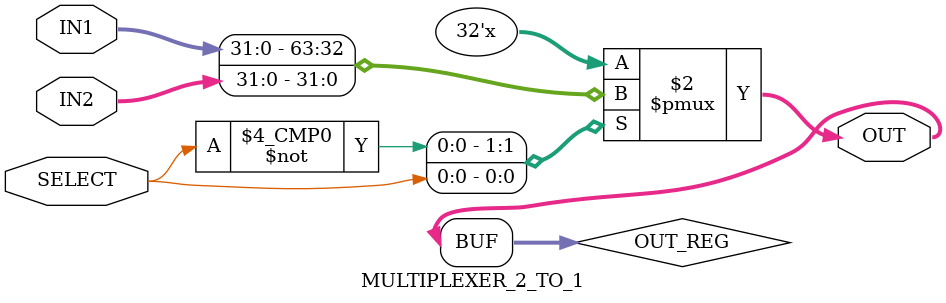
<source format=v>
`timescale 1ns / 1ps


module MULTIPLEXER_2_TO_1#(
        parameter BUS_WIDTH     = 32       
    ) (
        input   [BUS_WIDTH - 1 : 0] IN1     ,
        input   [BUS_WIDTH - 1 : 0] IN2     ,
        input                       SELECT  ,
        output  [BUS_WIDTH - 1 : 0] OUT     
    );
    
    reg [BUS_WIDTH - 1 : 0] OUT_REG;
        
    always@(*)
    begin
        case(SELECT)
            1'b0:
            begin
                OUT_REG = IN1;
            end
            1'b1:
            begin
                OUT_REG = IN2;
            end
        endcase
    end 
    
    assign OUT = OUT_REG;
    
endmodule

</source>
